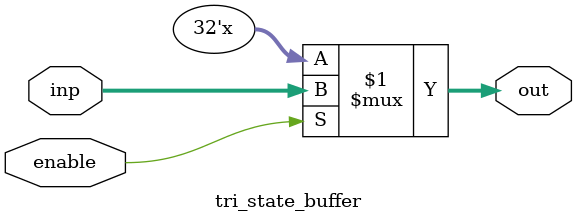
<source format=v>
module tri_state_buffer(out, inp, enable);
    input [31:0] inp;
    input enable;
    output[31:0] out;
    //Either input or high impedance state
    assign out = enable ? inp : 32'bz;
endmodule
</source>
